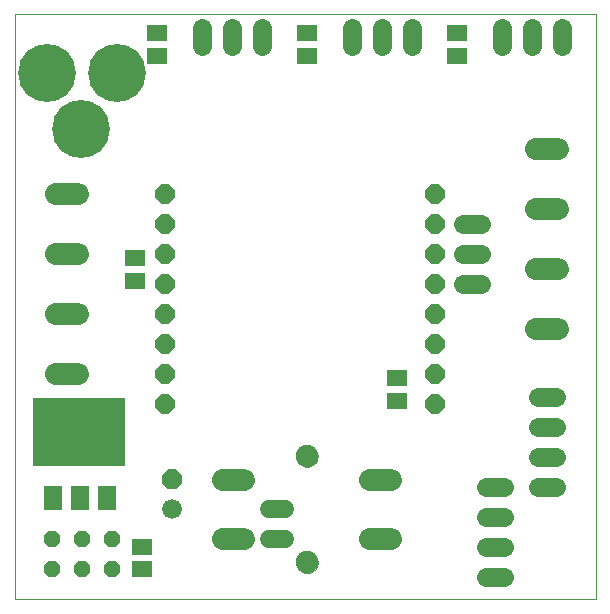
<source format=gbs>
G75*
%MOIN*%
%OFA0B0*%
%FSLAX24Y24*%
%IPPOS*%
%LPD*%
%AMOC8*
5,1,8,0,0,1.08239X$1,22.5*
%
%ADD10C,0.0000*%
%ADD11R,0.3063X0.2313*%
%ADD12OC8,0.0560*%
%ADD13OC8,0.0660*%
%ADD14C,0.0660*%
%ADD15C,0.0600*%
%ADD16R,0.0670X0.0552*%
%ADD17C,0.0745*%
%ADD18C,0.0750*%
%ADD19C,0.0640*%
%ADD20OC8,0.0634*%
%ADD21C,0.1930*%
%ADD22R,0.0631X0.0827*%
%ADD23R,0.1536X0.0827*%
D10*
X002107Y000113D02*
X002107Y019609D01*
X021477Y019609D01*
X021477Y000113D01*
X002107Y000113D01*
X011502Y001343D02*
X011504Y001380D01*
X011510Y001417D01*
X011519Y001453D01*
X011533Y001487D01*
X011550Y001520D01*
X011570Y001552D01*
X011593Y001581D01*
X011619Y001607D01*
X011648Y001630D01*
X011679Y001650D01*
X011713Y001667D01*
X011747Y001681D01*
X011783Y001690D01*
X011820Y001696D01*
X011857Y001698D01*
X011894Y001696D01*
X011931Y001690D01*
X011967Y001681D01*
X012001Y001667D01*
X012034Y001650D01*
X012066Y001630D01*
X012095Y001607D01*
X012121Y001581D01*
X012144Y001552D01*
X012164Y001521D01*
X012181Y001487D01*
X012195Y001453D01*
X012204Y001417D01*
X012210Y001380D01*
X012212Y001343D01*
X012210Y001306D01*
X012204Y001269D01*
X012195Y001233D01*
X012181Y001199D01*
X012164Y001166D01*
X012144Y001134D01*
X012121Y001105D01*
X012095Y001079D01*
X012066Y001056D01*
X012035Y001036D01*
X012001Y001019D01*
X011967Y001005D01*
X011931Y000996D01*
X011894Y000990D01*
X011857Y000988D01*
X011820Y000990D01*
X011783Y000996D01*
X011747Y001005D01*
X011713Y001019D01*
X011680Y001036D01*
X011648Y001056D01*
X011619Y001079D01*
X011593Y001105D01*
X011570Y001134D01*
X011550Y001165D01*
X011533Y001199D01*
X011519Y001233D01*
X011510Y001269D01*
X011504Y001306D01*
X011502Y001343D01*
X011502Y004883D02*
X011504Y004920D01*
X011510Y004957D01*
X011519Y004993D01*
X011533Y005027D01*
X011550Y005060D01*
X011570Y005092D01*
X011593Y005121D01*
X011619Y005147D01*
X011648Y005170D01*
X011679Y005190D01*
X011713Y005207D01*
X011747Y005221D01*
X011783Y005230D01*
X011820Y005236D01*
X011857Y005238D01*
X011894Y005236D01*
X011931Y005230D01*
X011967Y005221D01*
X012001Y005207D01*
X012034Y005190D01*
X012066Y005170D01*
X012095Y005147D01*
X012121Y005121D01*
X012144Y005092D01*
X012164Y005061D01*
X012181Y005027D01*
X012195Y004993D01*
X012204Y004957D01*
X012210Y004920D01*
X012212Y004883D01*
X012210Y004846D01*
X012204Y004809D01*
X012195Y004773D01*
X012181Y004739D01*
X012164Y004706D01*
X012144Y004674D01*
X012121Y004645D01*
X012095Y004619D01*
X012066Y004596D01*
X012035Y004576D01*
X012001Y004559D01*
X011967Y004545D01*
X011931Y004536D01*
X011894Y004530D01*
X011857Y004528D01*
X011820Y004530D01*
X011783Y004536D01*
X011747Y004545D01*
X011713Y004559D01*
X011680Y004576D01*
X011648Y004596D01*
X011619Y004619D01*
X011593Y004645D01*
X011570Y004674D01*
X011550Y004705D01*
X011533Y004739D01*
X011519Y004773D01*
X011510Y004809D01*
X011504Y004846D01*
X011502Y004883D01*
D11*
X004264Y005706D03*
D12*
X004357Y002113D03*
X003357Y002113D03*
X003357Y001113D03*
X004357Y001113D03*
X005357Y001113D03*
X005357Y002113D03*
D13*
X007357Y004113D03*
D14*
X007357Y003113D03*
D15*
X010577Y003113D02*
X011137Y003113D01*
X011137Y002113D02*
X010577Y002113D01*
D16*
X006357Y001862D03*
X006357Y001113D03*
X014857Y006738D03*
X014857Y007487D03*
X006107Y010738D03*
X006107Y011487D03*
X006857Y018238D03*
X006857Y018987D03*
X011857Y018987D03*
X011857Y018238D03*
X016857Y018238D03*
X016857Y018987D03*
D17*
X019505Y015113D02*
X020210Y015113D01*
X020210Y013113D02*
X019505Y013113D01*
X019505Y011113D02*
X020210Y011113D01*
X020210Y009113D02*
X019505Y009113D01*
X014670Y004093D02*
X013965Y004093D01*
X013965Y002133D02*
X014670Y002133D01*
X009750Y002133D02*
X009045Y002133D01*
X009045Y004093D02*
X009750Y004093D01*
X004210Y007613D02*
X003505Y007613D01*
X003505Y009613D02*
X004210Y009613D01*
X004210Y011613D02*
X003505Y011613D01*
X003505Y013613D02*
X004210Y013613D01*
D18*
X011857Y004883D03*
X011857Y001343D03*
D19*
X017807Y000863D02*
X018407Y000863D01*
X018407Y001863D02*
X017807Y001863D01*
X017807Y002863D02*
X018407Y002863D01*
X018407Y003863D02*
X017807Y003863D01*
X019557Y003863D02*
X020157Y003863D01*
X020157Y004863D02*
X019557Y004863D01*
X019557Y005863D02*
X020157Y005863D01*
X020157Y006863D02*
X019557Y006863D01*
X017657Y010613D02*
X017057Y010613D01*
X017057Y011613D02*
X017657Y011613D01*
X017657Y012613D02*
X017057Y012613D01*
X018357Y018563D02*
X018357Y019163D01*
X019357Y019163D02*
X019357Y018563D01*
X020357Y018563D02*
X020357Y019163D01*
X015357Y019163D02*
X015357Y018563D01*
X014357Y018563D02*
X014357Y019163D01*
X013357Y019163D02*
X013357Y018563D01*
X010357Y018563D02*
X010357Y019163D01*
X009357Y019163D02*
X009357Y018563D01*
X008357Y018563D02*
X008357Y019163D01*
D20*
X007107Y013613D03*
X007107Y012613D03*
X007107Y011613D03*
X007107Y010613D03*
X007107Y009613D03*
X007107Y008613D03*
X007107Y007613D03*
X007107Y006613D03*
X016107Y006613D03*
X016107Y007613D03*
X016107Y008613D03*
X016107Y009613D03*
X016107Y010613D03*
X016107Y011613D03*
X016107Y012613D03*
X016107Y013613D03*
D21*
X005515Y017652D03*
X004334Y015801D03*
X003192Y017652D03*
D22*
X003389Y003497D03*
X004295Y003497D03*
X005200Y003497D03*
D23*
X004295Y005978D03*
M02*

</source>
